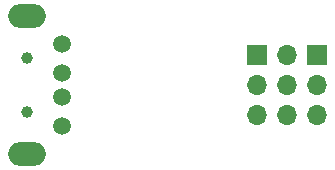
<source format=gbr>
%TF.GenerationSoftware,KiCad,Pcbnew,(6.0.5)*%
%TF.CreationDate,2022-06-17T17:21:07-07:00*%
%TF.ProjectId,picstick,70696373-7469-4636-9b2e-6b696361645f,1.0*%
%TF.SameCoordinates,Original*%
%TF.FileFunction,Soldermask,Bot*%
%TF.FilePolarity,Negative*%
%FSLAX46Y46*%
G04 Gerber Fmt 4.6, Leading zero omitted, Abs format (unit mm)*
G04 Created by KiCad (PCBNEW (6.0.5)) date 2022-06-17 17:21:07*
%MOMM*%
%LPD*%
G01*
G04 APERTURE LIST*
%ADD10C,1.000000*%
%ADD11C,1.500000*%
%ADD12O,3.200000X2.000000*%
%ADD13R,1.700000X1.700000*%
%ADD14O,1.700000X1.700000*%
G04 APERTURE END LIST*
D10*
%TO.C,J1*%
X100000000Y-82250000D03*
X100000000Y-77750000D03*
D11*
X103000000Y-83500000D03*
X103000000Y-81000000D03*
X103000000Y-79000000D03*
X103000000Y-76500000D03*
D12*
X100000000Y-85850000D03*
X100000000Y-74150000D03*
%TD*%
D13*
%TO.C,J2*%
X119500000Y-77460000D03*
D14*
X122040000Y-77460000D03*
X119500000Y-80000000D03*
X122040000Y-80000000D03*
X119500000Y-82540000D03*
X122040000Y-82540000D03*
%TD*%
D13*
%TO.C,J3*%
X124580000Y-77460000D03*
D14*
X124580000Y-80000000D03*
X124580000Y-82540000D03*
%TD*%
M02*

</source>
